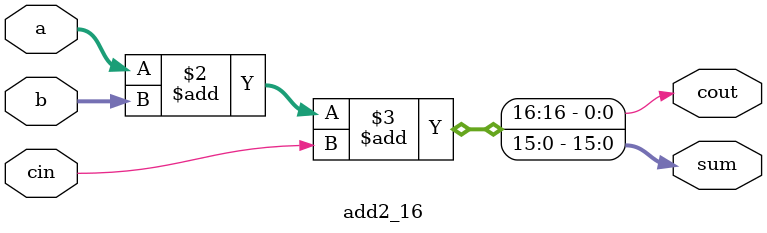
<source format=v>
module add2_16(a, b, cin, sum, cout);
  output reg [15:0] sum;
  output reg cout;
  input [15:0] a;
  input [15:0] b;
  input cin;

  always @(a, b, cin)
    {cout, sum} = a + b + cin;
endmodule

</source>
